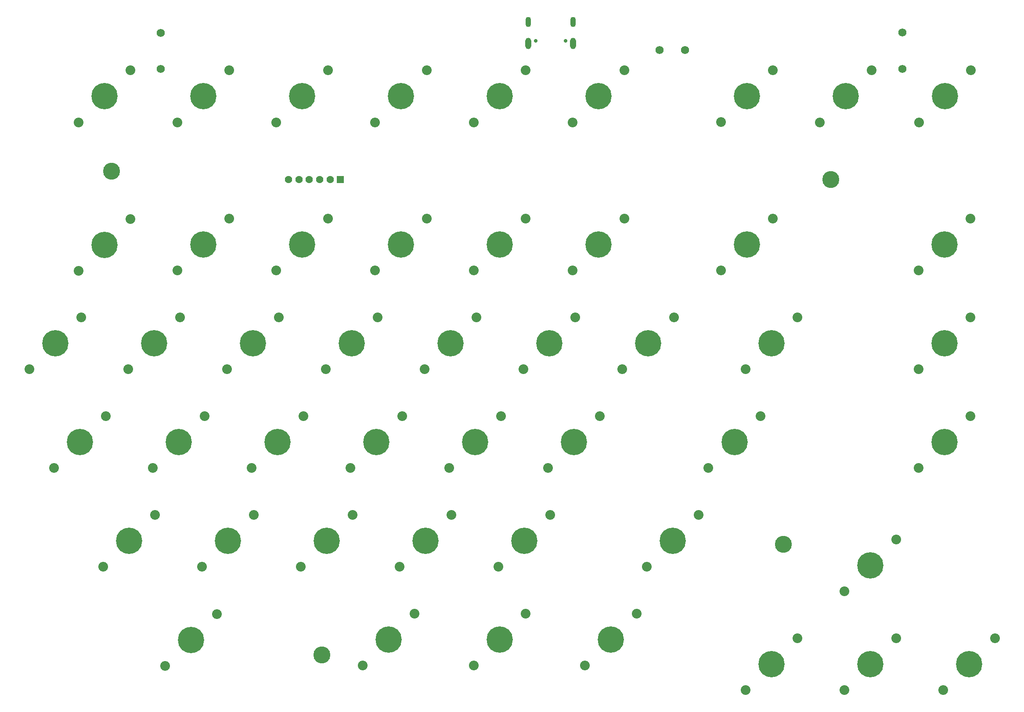
<source format=gbr>
%TF.GenerationSoftware,KiCad,Pcbnew,9.0.4*%
%TF.CreationDate,2025-09-14T11:33:08-05:00*%
%TF.ProjectId,shek-rounded,7368656b-2d72-46f7-956e-6465642e6b69,rev?*%
%TF.SameCoordinates,Original*%
%TF.FileFunction,Soldermask,Top*%
%TF.FilePolarity,Negative*%
%FSLAX46Y46*%
G04 Gerber Fmt 4.6, Leading zero omitted, Abs format (unit mm)*
G04 Created by KiCad (PCBNEW 9.0.4) date 2025-09-14 11:33:08*
%MOMM*%
%LPD*%
G01*
G04 APERTURE LIST*
G04 Aperture macros list*
%AMRoundRect*
0 Rectangle with rounded corners*
0 $1 Rounding radius*
0 $2 $3 $4 $5 $6 $7 $8 $9 X,Y pos of 4 corners*
0 Add a 4 corners polygon primitive as box body*
4,1,4,$2,$3,$4,$5,$6,$7,$8,$9,$2,$3,0*
0 Add four circle primitives for the rounded corners*
1,1,$1+$1,$2,$3*
1,1,$1+$1,$4,$5*
1,1,$1+$1,$6,$7*
1,1,$1+$1,$8,$9*
0 Add four rect primitives between the rounded corners*
20,1,$1+$1,$2,$3,$4,$5,0*
20,1,$1+$1,$4,$5,$6,$7,0*
20,1,$1+$1,$6,$7,$8,$9,0*
20,1,$1+$1,$8,$9,$2,$3,0*%
G04 Aperture macros list end*
%ADD10C,1.876000*%
%ADD11C,5.076000*%
%ADD12C,3.276000*%
%ADD13C,1.576000*%
%ADD14C,0.726000*%
%ADD15O,1.126000X2.176000*%
%ADD16O,1.076000X1.976000*%
%ADD17RoundRect,0.038000X0.675000X-0.675000X0.675000X0.675000X-0.675000X0.675000X-0.675000X-0.675000X0*%
%ADD18C,1.426000*%
G04 APERTURE END LIST*
D10*
%TO.C,U13*%
X371237500Y-71675000D03*
D11*
X376237500Y-66675000D03*
D10*
X381237500Y-61675000D03*
%TD*%
%TO.C,U10*%
X314087500Y-71675000D03*
D11*
X319087500Y-66675000D03*
D10*
X324087500Y-61675000D03*
%TD*%
%TO.C,U41*%
X416481250Y-138350000D03*
D11*
X421481250Y-133350000D03*
D10*
X426481250Y-128350000D03*
%TD*%
%TO.C,U33*%
X423625000Y-119300000D03*
D11*
X428625000Y-114300000D03*
D10*
X433625000Y-109300000D03*
%TD*%
%TO.C,U34*%
X456962500Y-119300000D03*
D11*
X461962500Y-114300000D03*
D10*
X466962500Y-109300000D03*
%TD*%
%TO.C,U11*%
X333137500Y-71675000D03*
D11*
X338137500Y-66675000D03*
D10*
X343137500Y-61675000D03*
%TD*%
%TO.C,U37*%
X328375000Y-138350000D03*
D11*
X333375000Y-133350000D03*
D10*
X338375000Y-128350000D03*
%TD*%
%TO.C,U53*%
X392668750Y-176450000D03*
D11*
X397668750Y-171450000D03*
D10*
X402668750Y-166450000D03*
%TD*%
%TO.C,U48*%
X404575000Y-157400000D03*
D11*
X409575000Y-152400000D03*
D10*
X414575000Y-147400000D03*
%TD*%
%TO.C,U44*%
X318850000Y-157400000D03*
D11*
X323850000Y-152400000D03*
D10*
X328850000Y-147400000D03*
%TD*%
%TO.C,U28*%
X323612500Y-119300000D03*
D11*
X328612500Y-114300000D03*
D10*
X333612500Y-109300000D03*
%TD*%
%TO.C,U47*%
X376000000Y-157400000D03*
D11*
X381000000Y-152400000D03*
D10*
X386000000Y-147400000D03*
%TD*%
%TO.C,U17*%
X457037500Y-71675000D03*
D11*
X462037500Y-66675000D03*
D10*
X467037500Y-61675000D03*
%TD*%
D12*
%TO.C,H2*%
X440100000Y-82700000D03*
%TD*%
D10*
%TO.C,U42*%
X456962500Y-138350000D03*
D11*
X461962500Y-133350000D03*
D10*
X466962500Y-128350000D03*
%TD*%
D12*
%TO.C,H4*%
X341900000Y-174400000D03*
%TD*%
D10*
%TO.C,U39*%
X366475000Y-138350000D03*
D11*
X371475000Y-133350000D03*
D10*
X376475000Y-128350000D03*
%TD*%
%TO.C,U23*%
X390287500Y-100250000D03*
D11*
X395287500Y-95250000D03*
D10*
X400287500Y-90250000D03*
%TD*%
%TO.C,U45*%
X337900000Y-157400000D03*
D11*
X342900000Y-152400000D03*
D10*
X347900000Y-147400000D03*
%TD*%
%TO.C,U12*%
X352187500Y-71675000D03*
D11*
X357187500Y-66675000D03*
D10*
X362187500Y-61675000D03*
%TD*%
%TO.C,U51*%
X349806250Y-176450000D03*
D11*
X354806250Y-171450000D03*
D10*
X359806250Y-166450000D03*
%TD*%
%TO.C,U15*%
X418862500Y-71612500D03*
D11*
X423862500Y-66612500D03*
D10*
X428862500Y-61612500D03*
%TD*%
%TO.C,U9*%
X295037500Y-71675000D03*
D11*
X300037500Y-66675000D03*
D10*
X305037500Y-61675000D03*
%TD*%
%TO.C,U16*%
X437912500Y-71675000D03*
D11*
X442912500Y-66675000D03*
D10*
X447912500Y-61675000D03*
%TD*%
%TO.C,U54*%
X423625000Y-181212500D03*
D11*
X428625000Y-176212500D03*
D10*
X433625000Y-171212500D03*
%TD*%
%TO.C,U25*%
X456962500Y-100250000D03*
D11*
X461962500Y-95250000D03*
D10*
X466962500Y-90250000D03*
%TD*%
%TO.C,U49*%
X442675000Y-162162500D03*
D11*
X447675000Y-157162500D03*
D10*
X452675000Y-152162500D03*
%TD*%
%TO.C,U32*%
X399812500Y-119300000D03*
D11*
X404812500Y-114300000D03*
D10*
X409812500Y-109300000D03*
%TD*%
%TO.C,U56*%
X461725000Y-181212500D03*
D11*
X466725000Y-176212500D03*
D10*
X471725000Y-171212500D03*
%TD*%
%TO.C,U38*%
X347425000Y-138350000D03*
D11*
X352425000Y-133350000D03*
D10*
X357425000Y-128350000D03*
%TD*%
D12*
%TO.C,H3*%
X301400000Y-81100000D03*
%TD*%
D10*
%TO.C,U14*%
X390287500Y-71675000D03*
D11*
X395287500Y-66675000D03*
D10*
X400287500Y-61675000D03*
%TD*%
D12*
%TO.C,H1*%
X430900000Y-153100000D03*
%TD*%
D10*
%TO.C,U24*%
X418862500Y-100250000D03*
D11*
X423862500Y-95250000D03*
D10*
X428862500Y-90250000D03*
%TD*%
%TO.C,U40*%
X385525000Y-138350000D03*
D11*
X390525000Y-133350000D03*
D10*
X395525000Y-128350000D03*
%TD*%
%TO.C,U26*%
X285512500Y-119300000D03*
D11*
X290512500Y-114300000D03*
D10*
X295512500Y-109300000D03*
%TD*%
%TO.C,U52*%
X371237500Y-176450000D03*
D11*
X376237500Y-171450000D03*
D10*
X381237500Y-166450000D03*
%TD*%
%TO.C,U43*%
X299800000Y-157400000D03*
D11*
X304800000Y-152400000D03*
D10*
X309800000Y-147400000D03*
%TD*%
%TO.C,U27*%
X304562500Y-119300000D03*
D11*
X309562500Y-114300000D03*
D10*
X314562500Y-109300000D03*
%TD*%
%TO.C,U18*%
X295037500Y-100312500D03*
D11*
X300037500Y-95312500D03*
D10*
X305037500Y-90312500D03*
%TD*%
%TO.C,U29*%
X342662500Y-119300000D03*
D11*
X347662500Y-114300000D03*
D10*
X352662500Y-109300000D03*
%TD*%
%TO.C,U22*%
X371237500Y-100250000D03*
D11*
X376237500Y-95250000D03*
D10*
X381237500Y-90250000D03*
%TD*%
%TO.C,U46*%
X356950000Y-157400000D03*
D11*
X361950000Y-152400000D03*
D10*
X366950000Y-147400000D03*
%TD*%
%TO.C,U19*%
X314087500Y-100250000D03*
D11*
X319087500Y-95250000D03*
D10*
X324087500Y-90250000D03*
%TD*%
%TO.C,U20*%
X333137500Y-100250000D03*
D11*
X338137500Y-95250000D03*
D10*
X343137500Y-90250000D03*
%TD*%
%TO.C,U21*%
X352187500Y-100250000D03*
D11*
X357187500Y-95250000D03*
D10*
X362187500Y-90250000D03*
%TD*%
%TO.C,U50*%
X311706250Y-176512500D03*
D11*
X316706250Y-171512500D03*
D10*
X321706250Y-166512500D03*
%TD*%
%TO.C,U31*%
X380762500Y-119300000D03*
D11*
X385762500Y-114300000D03*
D10*
X390762500Y-109300000D03*
%TD*%
%TO.C,U36*%
X309325000Y-138350000D03*
D11*
X314325000Y-133350000D03*
D10*
X319325000Y-128350000D03*
%TD*%
%TO.C,U30*%
X361712500Y-119300000D03*
D11*
X366712500Y-114300000D03*
D10*
X371712500Y-109300000D03*
%TD*%
%TO.C,U35*%
X290275000Y-138350000D03*
D11*
X295275000Y-133350000D03*
D10*
X300275000Y-128350000D03*
%TD*%
%TO.C,U55*%
X442675000Y-181212500D03*
D11*
X447675000Y-176212500D03*
D10*
X452675000Y-171212500D03*
%TD*%
D13*
%TO.C,J2*%
X407050000Y-57720000D03*
X411950000Y-57720000D03*
%TD*%
%TO.C,J5*%
X453850000Y-54400000D03*
X453850000Y-61400000D03*
%TD*%
D14*
%TO.C,J1*%
X383122824Y-55980000D03*
X388902824Y-55980000D03*
D15*
X381692824Y-56480000D03*
X390332824Y-56480000D03*
D16*
X381692824Y-52300000D03*
X390332824Y-52300000D03*
%TD*%
D13*
%TO.C,J3*%
X310900000Y-54425000D03*
X310900000Y-61425000D03*
%TD*%
D17*
%TO.C,J4*%
X345500000Y-82700000D03*
D18*
X343500000Y-82700000D03*
X341500000Y-82700000D03*
X339500000Y-82700000D03*
X337500000Y-82700000D03*
X335500000Y-82700000D03*
%TD*%
M02*

</source>
